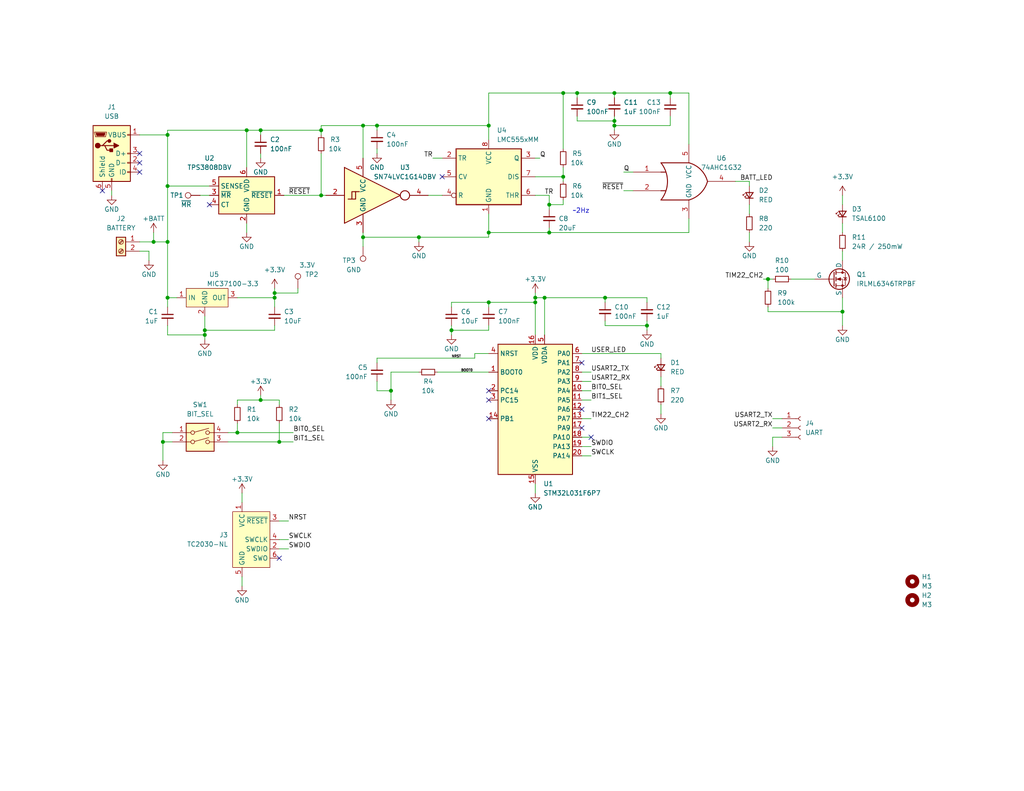
<source format=kicad_sch>
(kicad_sch (version 20230121) (generator eeschema)
  (paper "USLetter")
  (title_block (title "Lap Beacon") (date "2024-01-13") (rev "v1"))
  (lib_symbols
    (symbol "74xGxx:74AHC1G32"
      (property "Reference" "U" (at -2.54 3.81 0))
      (property "Value" "74AHC1G32" (at 0 -3.81 0))
      (symbol "74AHC1G32_0_1"
        (arc (start -7.62 -5.08) (mid -5.838 0) (end -7.62 5.08) (stroke (width 0.254)))
        (arc (start 0 -5.08) (mid 3.1986 -3.2054) (end 5.08 0) (stroke (width 0.254)))
        (polyline (pts (xy -7.62 -2.54) (xy -6.35 -2.54)) (stroke (width 0.254)) (fill (type background)))
        (polyline (pts (xy -7.62 2.54) (xy -6.35 2.54)) (stroke (width 0.254)) (fill (type background)))
        (polyline (pts (xy 0 -5.08) (xy -7.62 -5.08)) (stroke (width 0.254)) (fill (type background)))
        (polyline (pts (xy 0 5.08) (xy -7.62 5.08)) (stroke (width 0.254)) (fill (type background)))
        (arc (start 5.08 0) (mid 3.2238 3.2304) (end 0 5.08) (stroke (width 0.254)))
      )
      (symbol "74AHC1G32_1_1"
        (pin input line (at -15.24 2.54 0) (length 7.62) (name "~") (number "1"))
        (pin input line (at -15.24 -2.54 0) (length 7.62) (name "~") (number "2"))
        (pin power_in line (at 0 -10.16 90) (length 5.08) (name "GND") (number "3"))
        (pin output line (at 12.7 0 180) (length 7.62) (name "~") (number "4"))
        (pin power_in line (at 0 10.16 270) (length 5.08) (name "VCC") (number "5"))
      )
    )
    (symbol "74xGxx:SN74LVC1G14DBV"
      (property "Reference" "U" (at -5.08 10.16 0))
      (property "Value" "SN74LVC1G14DBV" (at 20.32 10.16 0))
      (symbol "SN74LVC1G14DBV_0_1"
        (polyline (pts (xy -2.032 1.016) (xy -1.016 1.016)) (stroke (width 0.254)) (fill (type background)))
        (polyline (pts (xy -5.08 7.62) (xy -5.08 -7.62) (xy 10.16 0) (xy -5.08 7.62)) (stroke (width 0.254)) (fill (type background)))
        (polyline (pts (xy -3.048 -1.016) (xy -3.048 1.016) (xy -2.032 1.016) (xy -2.032 -1.016) (xy -4.064 -1.016)) (stroke (width 0.254)) (fill (type background)))
        (circle (center 11.43 0) (radius 1.27) (stroke (width 0.254)))
      )
      (symbol "SN74LVC1G14DBV_1_1"
        (pin no_connect line (at 10.16 0 180) (length 5.08) hide (name "NC") (number "1"))
        (pin input line (at -10.16 0 0) (length 5.08) (name "~") (number "2"))
        (pin power_in line (at 0 -10.16 90) (length 5.08) (name "GND") (number "3"))
        (pin output line (at 17.78 0 180) (length 5.08) (name "~") (number "4"))
        (pin power_in line (at 0 10.16 270) (length 5.08) (name "VCC") (number "5"))
      )
    )
    (symbol "Connector:Conn_01x03_Socket" (pin_names (offset 1.016) hide)
      (property "Reference" "J" (at 0 5.08 0))
      (property "Value" "Conn_01x03_Socket" (at 0 -5.08 0))
      (symbol "Conn_01x03_Socket_1_1"
        (arc (start 0 -2.032) (mid -0.5058 -2.54) (end 0 -3.048) (stroke (width 0.1524)))
        (polyline (pts (xy -1.27 -2.54) (xy -0.508 -2.54)) (stroke (width 0.1524)))
        (polyline (pts (xy -1.27 0) (xy -0.508 0)) (stroke (width 0.1524)))
        (polyline (pts (xy -1.27 2.54) (xy -0.508 2.54)) (stroke (width 0.1524)))
        (arc (start 0 0.508) (mid -0.5058 0) (end 0 -0.508) (stroke (width 0.1524)))
        (arc (start 0 3.048) (mid -0.5058 2.54) (end 0 2.032) (stroke (width 0.1524)))
        (pin passive line (at -5.08 2.54 0) (length 3.81) (name "Pin_1") (number "1"))
        (pin passive line (at -5.08 0 0) (length 3.81) (name "Pin_2") (number "2"))
        (pin passive line (at -5.08 -2.54 0) (length 3.81) (name "Pin_3") (number "3"))
      )
    )
    (symbol "Connector:Conn_ARM_SWD_TagConnect_TC2030-NL" (in_bom no)
      (property "Reference" "J" (at 2.54 11.43 0))
      (property "Value" "Conn_ARM_SWD_TagConnect_TC2030-NL" (at 2.54 8.89 0))
      (symbol "Conn_ARM_SWD_TagConnect_TC2030-NL_0_0"
        (pin power_in line (at -2.54 10.16 270) (length 2.54) (name "VCC") (number "1"))
        (pin bidirectional line (at 7.62 -2.54 180) (length 2.54) (name "SWDIO") (number "2"))
        (pin open_collector line (at 7.62 5.08 180) (length 2.54) (name "~{RESET}") (number "3"))
        (pin output line (at 7.62 0 180) (length 2.54) (name "SWCLK") (number "4"))
        (pin power_in line (at -2.54 -10.16 90) (length 2.54) (name "GND") (number "5"))
        (pin input line (at 7.62 -5.08 180) (length 2.54) (name "SWO") (number "6"))
      )
      (symbol "Conn_ARM_SWD_TagConnect_TC2030-NL_0_1"
        (rectangle (start -5.08 7.62) (end 5.08 -7.62) (fill (type background)))
      )
    )
    (symbol "Connector:Screw_Terminal_01x02" (pin_names (offset 1.016) hide)
      (property "Reference" "J" (at 0 2.54 0))
      (property "Value" "Screw_Terminal_01x02" (at 0 -5.08 0))
      (symbol "Screw_Terminal_01x02_1_1"
        (rectangle (start -1.27 1.27) (end 1.27 -3.81) (stroke (width 0.254)) (fill (type background)))
        (circle (center 0 -2.54) (radius 0.635) (stroke (width 0.1524)))
        (polyline (pts (xy -0.5334 -2.2098) (xy 0.3302 -3.048)) (stroke (width 0.1524)))
        (polyline (pts (xy -0.5334 0.3302) (xy 0.3302 -0.508)) (stroke (width 0.1524)))
        (polyline (pts (xy -0.3556 -2.032) (xy 0.508 -2.8702)) (stroke (width 0.1524)))
        (polyline (pts (xy -0.3556 0.508) (xy 0.508 -0.3302)) (stroke (width 0.1524)))
        (circle (center 0 0) (radius 0.635) (stroke (width 0.1524)))
        (pin passive line (at -5.08 0 0) (length 3.81) (name "Pin_1") (number "1"))
        (pin passive line (at -5.08 -2.54 0) (length 3.81) (name "Pin_2") (number "2"))
      )
    )
    (symbol "Connector:TestPoint" (pin_numbers hide) (pin_names (offset 0.762) hide)
      (property "Reference" "TP" (at 0 6.858 0))
      (property "Value" "TestPoint" (at 0 5.08 0))
      (symbol "TestPoint_0_1"
        (circle (center 0 3.302) (radius 0.762))
      )
      (symbol "TestPoint_1_1"
        (pin passive line (at 0 0 90) (length 2.54) (name "1") (number "1"))
      )
    )
    (symbol "Connector:USB_B_Micro" (pin_names (offset 1.016))
      (property "Reference" "J" (at -5.08 11.43 0))
      (property "Value" "USB_B_Micro" (at -5.08 8.89 0))
      (symbol "USB_B_Micro_0_1"
        (rectangle (start -5.08 -7.62) (end 5.08 7.62) (stroke (width 0.254)) (fill (type background)))
        (circle (center -3.81 2.159) (radius 0.635) (stroke (width 0.254)) (fill (type outline)))
        (circle (center -0.635 3.429) (radius 0.381) (stroke (width 0.254)) (fill (type outline)))
        (rectangle (start -0.127 -7.62) (end 0.127 -6.858))
        (polyline (pts (xy -1.905 2.159) (xy 0.635 2.159)) (stroke (width 0.254)))
        (polyline (pts (xy -3.175 2.159) (xy -2.54 2.159) (xy -1.27 3.429) (xy -0.635 3.429)) (stroke (width 0.254)))
        (polyline (pts (xy -2.54 2.159) (xy -1.905 2.159) (xy -1.27 0.889) (xy 0 0.889)) (stroke (width 0.254)))
        (polyline (pts (xy 0.635 2.794) (xy 0.635 1.524) (xy 1.905 2.159) (xy 0.635 2.794)) (stroke (width 0.254)) (fill (type outline)))
        (polyline (pts (xy -4.318 5.588) (xy -1.778 5.588) (xy -2.032 4.826) (xy -4.064 4.826) (xy -4.318 5.588)) (fill (type outline)))
        (polyline (pts (xy -4.699 5.842) (xy -4.699 5.588) (xy -4.445 4.826) (xy -4.445 4.572) (xy -1.651 4.572) (xy -1.651 4.826) (xy -1.397 5.588) (xy -1.397 5.842) (xy -4.699 5.842)))
        (rectangle (start 0.254 1.27) (end -0.508 0.508) (stroke (width 0.254)) (fill (type outline)))
        (rectangle (start 5.08 -5.207) (end 4.318 -4.953))
        (rectangle (start 5.08 -2.667) (end 4.318 -2.413))
        (rectangle (start 5.08 -0.127) (end 4.318 0.127))
        (rectangle (start 5.08 4.953) (end 4.318 5.207))
      )
      (symbol "USB_B_Micro_1_1"
        (pin power_out line (at 7.62 5.08 180) (length 2.54) (name "VBUS") (number "1"))
        (pin bidirectional line (at 7.62 -2.54 180) (length 2.54) (name "D-") (number "2"))
        (pin bidirectional line (at 7.62 0 180) (length 2.54) (name "D+") (number "3"))
        (pin passive line (at 7.62 -5.08 180) (length 2.54) (name "ID") (number "4"))
        (pin power_out line (at 0 -10.16 90) (length 2.54) (name "GND") (number "5"))
        (pin passive line (at -2.54 -10.16 90) (length 2.54) (name "Shield") (number "6"))
      )
    )
    (symbol "Device:C_Small" (pin_numbers hide) (pin_names (offset 0.254) hide)
      (property "Reference" "C" (at 0.254 1.778 0))
      (property "Value" "C_Small" (at 0.254 -2.032 0))
      (symbol "C_Small_0_1"
        (polyline (pts (xy -1.524 -0.508) (xy 1.524 -0.508)) (stroke (width 0.3302)))
        (polyline (pts (xy -1.524 0.508) (xy 1.524 0.508)) (stroke (width 0.3048)))
      )
      (symbol "C_Small_1_1"
        (pin passive line (at 0 2.54 270) (length 2.032) (name "~") (number "1"))
        (pin passive line (at 0 -2.54 90) (length 2.032) (name "~") (number "2"))
      )
    )
    (symbol "Device:LED_Small" (pin_numbers hide) (pin_names (offset 0.254) hide)
      (property "Reference" "D" (at -1.27 3.175 0))
      (property "Value" "LED_Small" (at -4.445 -2.54 0))
      (symbol "LED_Small_0_1"
        (polyline (pts (xy -0.762 -1.016) (xy -0.762 1.016)) (stroke (width 0.254)))
        (polyline (pts (xy 1.016 0) (xy -0.762 0)))
        (polyline (pts (xy 0.762 -1.016) (xy -0.762 0) (xy 0.762 1.016) (xy 0.762 -1.016)) (stroke (width 0.254)))
        (polyline (pts (xy 0 0.762) (xy -0.508 1.27) (xy -0.254 1.27) (xy -0.508 1.27) (xy -0.508 1.016)))
        (polyline (pts (xy 0.508 1.27) (xy 0 1.778) (xy 0.254 1.778) (xy 0 1.778) (xy 0 1.524)))
      )
      (symbol "LED_Small_1_1"
        (pin passive line (at -2.54 0 0) (length 1.778) (name "K") (number "1"))
        (pin passive line (at 2.54 0 180) (length 1.778) (name "A") (number "2"))
      )
    )
    (symbol "Device:R_Small" (pin_numbers hide) (pin_names (offset 0.254) hide)
      (property "Reference" "R" (at 0.762 0.508 0))
      (property "Value" "R_Small" (at 0.762 -1.016 0))
      (symbol "R_Small_0_1"
        (rectangle (start -0.762 1.778) (end 0.762 -1.778) (stroke (width 0.2032)))
      )
      (symbol "R_Small_1_1"
        (pin passive line (at 0 2.54 270) (length 0.762) (name "~") (number "1"))
        (pin passive line (at 0 -2.54 90) (length 0.762) (name "~") (number "2"))
      )
    )
    (symbol "Library:MIC37100-x.x"
      (property "Reference" "U" (at 0 2.54 0))
      (symbol "MIC37100-x.x_1_1"
        (rectangle (start -5.08 1.27) (end 6.35 -3.81) (fill (type background)))
        (pin input line (at -7.62 -1.27 0) (length 2.54) (name "IN") (number "1"))
        (pin passive line (at 0 -6.35 90) (length 2.54) (name "GND") (number "2"))
        (pin output line (at 8.89 -1.27 180) (length 2.54) (name "OUT") (number "3"))
      )
    )
    (symbol "MCU_ST_STM32L0:STM32L031F6Px"
      (property "Reference" "U" (at -10.16 19.05 0))
      (property "Value" "STM32L031F6Px" (at 5.08 19.05 0))
      (symbol "STM32L031F6Px_0_1"
        (rectangle (start -10.16 -17.78) (end 10.16 17.78) (stroke (width 0.254)) (fill (type background)))
      )
      (symbol "STM32L031F6Px_1_1"
        (pin input line (at -12.7 10.16 0) (length 2.54) (name "BOOT0") (number "1"))
        (pin bidirectional line (at 12.7 5.08 180) (length 2.54) (name "PA4") (number "10"))
        (pin bidirectional line (at 12.7 2.54 180) (length 2.54) (name "PA5") (number "11"))
        (pin bidirectional line (at 12.7 0 180) (length 2.54) (name "PA6") (number "12"))
        (pin bidirectional line (at 12.7 -2.54 180) (length 2.54) (name "PA7") (number "13"))
        (pin bidirectional line (at -12.7 -2.54 0) (length 2.54) (name "PB1") (number "14"))
        (pin power_in line (at 0 -20.32 90) (length 2.54) (name "VSS") (number "15"))
        (pin power_in line (at 0 20.32 270) (length 2.54) (name "VDD") (number "16"))
        (pin bidirectional line (at 12.7 -5.08 180) (length 2.54) (name "PA9") (number "17"))
        (pin bidirectional line (at 12.7 -7.62 180) (length 2.54) (name "PA10") (number "18"))
        (pin bidirectional line (at 12.7 -10.16 180) (length 2.54) (name "PA13") (number "19"))
        (pin bidirectional line (at -12.7 5.08 0) (length 2.54) (name "PC14") (number "2"))
        (pin bidirectional line (at 12.7 -12.7 180) (length 2.54) (name "PA14") (number "20"))
        (pin bidirectional line (at -12.7 2.54 0) (length 2.54) (name "PC15") (number "3"))
        (pin input line (at -12.7 15.24 0) (length 2.54) (name "NRST") (number "4"))
        (pin power_in line (at 2.54 20.32 270) (length 2.54) (name "VDDA") (number "5"))
        (pin bidirectional line (at 12.7 15.24 180) (length 2.54) (name "PA0") (number "6"))
        (pin bidirectional line (at 12.7 12.7 180) (length 2.54) (name "PA1") (number "7"))
        (pin bidirectional line (at 12.7 10.16 180) (length 2.54) (name "PA2") (number "8"))
        (pin bidirectional line (at 12.7 7.62 180) (length 2.54) (name "PA3") (number "9"))
      )
    )
    (symbol "Mechanical:MountingHole" (pin_names (offset 1.016))
      (property "Reference" "H" (at 0 5.08 0))
      (property "Value" "MountingHole" (at 0 3.175 0))
      (symbol "MountingHole_0_1"
        (circle (center 0 0) (radius 1.27) (stroke (width 1.27)))
      )
    )
    (symbol "Power_Supervisor:TPS3808DBV"
      (property "Reference" "U" (at 0 8.89 0))
      (property "Value" "TPS3808DBV" (at 0 6.35 0))
      (symbol "TPS3808DBV_0_1"
        (rectangle (start -7.62 5.08) (end 7.62 -5.08) (stroke (width 0.254)) (fill (type background)))
      )
      (symbol "TPS3808DBV_1_1"
        (pin output line (at 10.16 0 180) (length 2.54) (name "~{RESET}") (number "1"))
        (pin power_in line (at 0 -7.62 90) (length 2.54) (name "GND") (number "2"))
        (pin input line (at -10.16 0 0) (length 2.54) (name "~{MR}") (number "3"))
        (pin input line (at -10.16 -2.54 0) (length 2.54) (name "CT") (number "4"))
        (pin input line (at -10.16 2.54 0) (length 2.54) (name "SENSE") (number "5"))
        (pin power_in line (at 0 7.62 270) (length 2.54) (name "VDD") (number "6"))
      )
    )
    (symbol "Simulation_SPICE:NMOS" (pin_numbers hide) (pin_names (offset 0))
      (property "Reference" "Q" (at 5.08 1.27 0))
      (property "Value" "NMOS" (at 5.08 -1.27 0))
      (symbol "NMOS_0_1"
        (polyline (pts (xy 0.254 0) (xy -2.54 0)))
        (polyline (pts (xy 0.254 1.905) (xy 0.254 -1.905)) (stroke (width 0.254)))
        (polyline (pts (xy 0.762 -1.27) (xy 0.762 -2.286)) (stroke (width 0.254)))
        (polyline (pts (xy 0.762 0.508) (xy 0.762 -0.508)) (stroke (width 0.254)))
        (polyline (pts (xy 0.762 2.286) (xy 0.762 1.27)) (stroke (width 0.254)))
        (polyline (pts (xy 2.54 2.54) (xy 2.54 1.778)))
        (polyline (pts (xy 2.54 -2.54) (xy 2.54 0) (xy 0.762 0)))
        (polyline (pts (xy 0.762 -1.778) (xy 3.302 -1.778) (xy 3.302 1.778) (xy 0.762 1.778)))
        (polyline (pts (xy 1.016 0) (xy 2.032 0.381) (xy 2.032 -0.381) (xy 1.016 0)) (fill (type outline)))
        (polyline (pts (xy 2.794 0.508) (xy 2.921 0.381) (xy 3.683 0.381) (xy 3.81 0.254)))
        (polyline (pts (xy 3.302 0.381) (xy 2.921 -0.254) (xy 3.683 -0.254) (xy 3.302 0.381)))
        (circle (center 1.651 0) (radius 2.794) (stroke (width 0.254)))
        (circle (center 2.54 -1.778) (radius 0.254) (fill (type outline)))
        (circle (center 2.54 1.778) (radius 0.254) (fill (type outline)))
      )
      (symbol "NMOS_1_1"
        (pin passive line (at 2.54 5.08 270) (length 2.54) (name "D") (number "1"))
        (pin input line (at -5.08 0 0) (length 2.54) (name "G") (number "2"))
        (pin passive line (at 2.54 -5.08 90) (length 2.54) (name "S") (number "3"))
      )
    )
    (symbol "Switch:SW_DIP_x02" (pin_names (offset 0) hide)
      (property "Reference" "SW" (at 0 6.35 0))
      (property "Value" "SW_DIP_x02" (at 0 -3.81 0))
      (symbol "SW_DIP_x02_0_0"
        (circle (center -2.032 0) (radius 0.508))
        (circle (center -2.032 2.54) (radius 0.508))
        (polyline (pts (xy -1.524 0.127) (xy 2.3622 1.1684)))
        (polyline (pts (xy -1.524 2.667) (xy 2.3622 3.7084)))
        (circle (center 2.032 0) (radius 0.508))
        (circle (center 2.032 2.54) (radius 0.508))
      )
      (symbol "SW_DIP_x02_0_1"
        (rectangle (start -3.81 5.08) (end 3.81 -2.54) (stroke (width 0.254)) (fill (type background)))
      )
      (symbol "SW_DIP_x02_1_1"
        (pin passive line (at -7.62 2.54 0) (length 5.08) (name "~") (number "1"))
        (pin passive line (at -7.62 0 0) (length 5.08) (name "~") (number "2"))
        (pin passive line (at 7.62 0 180) (length 5.08) (name "~") (number "3"))
        (pin passive line (at 7.62 2.54 180) (length 5.08) (name "~") (number "4"))
      )
    )
    (symbol "Timer:LMC555xMM"
      (property "Reference" "U" (at -10.16 8.89 0))
      (property "Value" "LMC555xMM" (at 2.54 8.89 0))
      (symbol "LMC555xMM_0_0"
        (pin power_in line (at 0 -10.16 90) (length 2.54) (name "GND") (number "1"))
        (pin power_in line (at 0 10.16 270) (length 2.54) (name "VCC") (number "8"))
      )
      (symbol "LMC555xMM_0_1"
        (rectangle (start -8.89 -7.62) (end 8.89 7.62) (stroke (width 0.254)) (fill (type background)))
        (rectangle (start -8.89 -7.62) (end 8.89 7.62) (stroke (width 0.254)) (fill (type background)))
      )
      (symbol "LMC555xMM_1_1"
        (pin input line (at -12.7 5.08 0) (length 3.81) (name "TR") (number "2"))
        (pin output line (at 12.7 5.08 180) (length 3.81) (name "Q") (number "3"))
        (pin input inverted (at -12.7 -5.08 0) (length 3.81) (name "R") (number "4"))
        (pin input line (at -12.7 0 0) (length 3.81) (name "CV") (number "5"))
        (pin input line (at 12.7 -5.08 180) (length 3.81) (name "THR") (number "6"))
        (pin input line (at 12.7 0 180) (length 3.81) (name "DIS") (number "7"))
      )
    )
    (symbol "power:+3.3V" (power) (pin_names (offset 0))
      (property "Value" "+3.3V" (at 0 3.556 0))
      (symbol "+3.3V_0_1"
        (polyline (pts (xy -0.762 1.27) (xy 0 2.54)))
        (polyline (pts (xy 0 0) (xy 0 2.54)))
        (polyline (pts (xy 0 2.54) (xy 0.762 1.27)))
      )
      (symbol "+3.3V_1_1"
        (pin power_in line (at 0 0 90) (length 0) hide (name "+3.3V") (number "1"))
      )
    )
    (symbol "power:+BATT" (power) (pin_names (offset 0))
      (property "Value" "+BATT" (at 0 3.556 0))
      (symbol "+BATT_0_1"
        (polyline (pts (xy -0.762 1.27) (xy 0 2.54)))
        (polyline (pts (xy 0 0) (xy 0 2.54)))
        (polyline (pts (xy 0 2.54) (xy 0.762 1.27)))
      )
      (symbol "+BATT_1_1"
        (pin power_in line (at 0 0 90) (length 0) hide (name "+BATT") (number "1"))
      )
    )
    (symbol "power:GND" (power) (pin_names (offset 0))
      (property "Value" "GND" (at 0 -3.81 0))
      (symbol "GND_0_1"
        (polyline (pts (xy 0 0) (xy 0 -1.27) (xy 1.27 -1.27) (xy 0 -2.54) (xy -1.27 -1.27) (xy 0 -1.27)))
      )
      (symbol "GND_1_1"
        (pin power_in line (at 0 0 270) (length 0) hide (name "GND") (number "1"))
      )
    )
  )
  (junction (at 165.1 81.28))
  (junction (at 133.35 34.29))
  (junction (at 87.63 53.34))
  (junction (at 99.06 64.77))
  (junction (at 114.3 64.77))
  (junction (at 45.72 36.83))
  (junction (at 44.45 120.65))
  (junction (at 146.05 82.55))
  (junction (at 157.48 25.4))
  (junction (at 167.64 33.02))
  (junction (at 123.19 90.17))
  (junction (at 55.88 90.17))
  (junction (at 209.55 76.2))
  (junction (at 153.67 48.26))
  (junction (at 99.06 34.29))
  (junction (at 55.88 91.44))
  (junction (at 45.72 81.28))
  (junction (at 87.63 35.56))
  (junction (at 45.72 50.8))
  (junction (at 149.86 55.88))
  (junction (at 67.31 35.56))
  (junction (at 106.68 106.68))
  (junction (at 133.35 63.5))
  (junction (at 102.87 34.29))
  (junction (at 41.91 66.04))
  (junction (at 176.53 88.9))
  (junction (at 146.05 81.28))
  (junction (at 71.12 35.56))
  (junction (at 149.86 63.5))
  (junction (at 153.67 25.4))
  (junction (at 74.93 81.28))
  (junction (at 167.64 34.29))
  (junction (at 45.72 66.04))
  (junction (at 76.2 120.65))
  (junction (at 133.35 82.55))
  (junction (at 71.12 109.22))
  (junction (at 182.88 25.4))
  (junction (at 148.59 81.28))
  (junction (at 64.77 118.11))
  (junction (at 74.93 80.01))
  (junction (at 167.64 25.4))
  (junction (at 229.87 85.09))
  (no_connect (at 120.65 48.26))
  (no_connect (at 133.35 106.68))
  (no_connect (at 158.75 116.84))
  (no_connect (at 133.35 114.3))
  (no_connect (at 133.35 109.22))
  (no_connect (at 27.94 52.07))
  (no_connect (at 38.1 41.91))
  (no_connect (at 158.75 99.06))
  (no_connect (at 161.29 119.38))
  (no_connect (at 158.75 111.76))
  (no_connect (at 38.1 44.45))
  (no_connect (at 57.15 55.88))
  (no_connect (at 38.1 46.99))
  (no_connect (at 76.2 152.4))
  (wire (pts (xy 208.28 76.2) (xy 209.55 76.2)))
  (wire (pts (xy 74.93 80.01) (xy 74.93 81.28)))
  (wire (pts (xy 67.31 60.96) (xy 67.31 63.5)))
  (wire (pts (xy 87.63 34.29) (xy 99.06 34.29)))
  (wire (pts (xy 55.88 90.17) (xy 74.93 90.17)))
  (wire (pts (xy 210.82 116.84) (xy 213.36 116.84)))
  (wire (pts (xy 76.2 110.49) (xy 76.2 109.22)))
  (wire (pts (xy 66.04 157.48) (xy 66.04 160.02)))
  (wire (pts (xy 148.59 81.28) (xy 165.1 81.28)))
  (wire (pts (xy 187.96 63.5) (xy 187.96 59.69)))
  (wire (pts (xy 123.19 90.17) (xy 123.19 91.44)))
  (wire (pts (xy 133.35 83.82) (xy 133.35 82.55)))
  (wire (pts (xy 209.55 76.2) (xy 210.82 76.2)))
  (wire (pts (xy 87.63 35.56) (xy 87.63 36.83)))
  (wire (pts (xy 146.05 53.34) (xy 149.86 53.34)))
  (wire (pts (xy 149.86 62.23) (xy 149.86 63.5)))
  (wire (pts (xy 67.31 35.56) (xy 71.12 35.56)))
  (wire (pts (xy 76.2 120.65) (xy 80.01 120.65)))
  (wire (pts (xy 148.59 81.28) (xy 148.59 91.44)))
  (wire (pts (xy 99.06 34.29) (xy 99.06 43.18)))
  (wire (pts (xy 114.3 64.77) (xy 133.35 64.77)))
  (wire (pts (xy 229.87 53.34) (xy 229.87 55.88)))
  (wire (pts (xy 74.93 81.28) (xy 74.93 83.82)))
  (wire (pts (xy 41.91 66.04) (xy 45.72 66.04)))
  (wire (pts (xy 133.35 34.29) (xy 133.35 25.4)))
  (wire (pts (xy 71.12 35.56) (xy 87.63 35.56)))
  (wire (pts (xy 182.88 34.29) (xy 167.64 34.29)))
  (wire (pts (xy 78.74 147.32) (xy 76.2 147.32)))
  (wire (pts (xy 158.75 119.38) (xy 161.29 119.38)))
  (wire (pts (xy 123.19 83.82) (xy 123.19 82.55)))
  (wire (pts (xy 99.06 64.77) (xy 114.3 64.77)))
  (wire (pts (xy 158.75 96.52) (xy 180.34 96.52)))
  (wire (pts (xy 180.34 110.49) (xy 180.34 113.03)))
  (wire (pts (xy 170.18 46.99) (xy 172.72 46.99)))
  (wire (pts (xy 45.72 66.04) (xy 45.72 50.8)))
  (wire (pts (xy 182.88 25.4) (xy 182.88 26.67)))
  (wire (pts (xy 67.31 35.56) (xy 67.31 45.72)))
  (wire (pts (xy 146.05 48.26) (xy 153.67 48.26)))
  (wire (pts (xy 146.05 82.55) (xy 146.05 91.44)))
  (wire (pts (xy 165.1 81.28) (xy 165.1 82.55)))
  (wire (pts (xy 71.12 36.83) (xy 71.12 35.56)))
  (wire (pts (xy 129.54 96.52) (xy 129.54 97.79)))
  (wire (pts (xy 149.86 53.34) (xy 149.86 55.88)))
  (wire (pts (xy 176.53 87.63) (xy 176.53 88.9)))
  (wire (pts (xy 167.64 31.75) (xy 167.64 33.02)))
  (wire (pts (xy 229.87 68.58) (xy 229.87 71.12)))
  (wire (pts (xy 45.72 50.8) (xy 45.72 36.83)))
  (wire (pts (xy 44.45 118.11) (xy 46.99 118.11)))
  (wire (pts (xy 153.67 45.72) (xy 153.67 48.26)))
  (wire (pts (xy 149.86 63.5) (xy 133.35 63.5)))
  (wire (pts (xy 62.23 120.65) (xy 76.2 120.65)))
  (wire (pts (xy 44.45 125.73) (xy 44.45 120.65)))
  (wire (pts (xy 102.87 34.29) (xy 133.35 34.29)))
  (wire (pts (xy 215.9 76.2) (xy 222.25 76.2)))
  (wire (pts (xy 38.1 68.58) (xy 40.64 68.58)))
  (wire (pts (xy 44.45 120.65) (xy 46.99 120.65)))
  (wire (pts (xy 116.84 53.34) (xy 120.65 53.34)))
  (wire (pts (xy 153.67 55.88) (xy 149.86 55.88)))
  (wire (pts (xy 157.48 31.75) (xy 157.48 33.02)))
  (wire (pts (xy 133.35 88.9) (xy 133.35 90.17)))
  (wire (pts (xy 62.23 118.11) (xy 64.77 118.11)))
  (wire (pts (xy 106.68 109.22) (xy 106.68 106.68)))
  (wire (pts (xy 176.53 88.9) (xy 176.53 90.17)))
  (wire (pts (xy 133.35 90.17) (xy 123.19 90.17)))
  (wire (pts (xy 149.86 55.88) (xy 149.86 57.15)))
  (wire (pts (xy 123.19 82.55) (xy 133.35 82.55)))
  (wire (pts (xy 180.34 102.87) (xy 180.34 105.41)))
  (wire (pts (xy 133.35 25.4) (xy 153.67 25.4)))
  (wire (pts (xy 210.82 119.38) (xy 210.82 121.92)))
  (wire (pts (xy 158.75 101.6) (xy 161.29 101.6)))
  (wire (pts (xy 158.75 104.14) (xy 161.29 104.14)))
  (wire (pts (xy 133.35 38.1) (xy 133.35 34.29)))
  (wire (pts (xy 119.38 101.6) (xy 133.35 101.6)))
  (wire (pts (xy 78.74 142.24) (xy 76.2 142.24)))
  (wire (pts (xy 158.75 121.92) (xy 161.29 121.92)))
  (wire (pts (xy 40.64 68.58) (xy 40.64 71.12)))
  (wire (pts (xy 182.88 31.75) (xy 182.88 34.29)))
  (wire (pts (xy 74.93 78.74) (xy 74.93 80.01)))
  (wire (pts (xy 99.06 34.29) (xy 102.87 34.29)))
  (wire (pts (xy 133.35 96.52) (xy 129.54 96.52)))
  (wire (pts (xy 146.05 81.28) (xy 148.59 81.28)))
  (wire (pts (xy 45.72 88.9) (xy 45.72 91.44)))
  (wire (pts (xy 187.96 25.4) (xy 187.96 39.37)))
  (wire (pts (xy 204.47 50.8) (xy 204.47 49.53)))
  (wire (pts (xy 146.05 43.18) (xy 147.32 43.18)))
  (wire (pts (xy 149.86 63.5) (xy 187.96 63.5)))
  (wire (pts (xy 102.87 40.64) (xy 102.87 41.91)))
  (wire (pts (xy 229.87 60.96) (xy 229.87 63.5)))
  (wire (pts (xy 45.72 50.8) (xy 57.15 50.8)))
  (wire (pts (xy 74.93 88.9) (xy 74.93 90.17)))
  (wire (pts (xy 167.64 25.4) (xy 182.88 25.4)))
  (wire (pts (xy 87.63 53.34) (xy 88.9 53.34)))
  (wire (pts (xy 133.35 82.55) (xy 146.05 82.55)))
  (wire (pts (xy 55.88 90.17) (xy 55.88 91.44)))
  (wire (pts (xy 102.87 104.14) (xy 102.87 106.68)))
  (wire (pts (xy 87.63 34.29) (xy 87.63 35.56)))
  (wire (pts (xy 45.72 81.28) (xy 45.72 83.82)))
  (wire (pts (xy 229.87 85.09) (xy 229.87 88.9)))
  (wire (pts (xy 45.72 66.04) (xy 45.72 81.28)))
  (wire (pts (xy 45.72 36.83) (xy 45.72 35.56)))
  (wire (pts (xy 167.64 35.56) (xy 167.64 34.29)))
  (wire (pts (xy 106.68 106.68) (xy 106.68 101.6)))
  (wire (pts (xy 176.53 81.28) (xy 176.53 82.55)))
  (wire (pts (xy 114.3 64.77) (xy 114.3 66.04)))
  (wire (pts (xy 54.61 53.34) (xy 57.15 53.34)))
  (wire (pts (xy 229.87 81.28) (xy 229.87 85.09)))
  (wire (pts (xy 204.47 63.5) (xy 204.47 66.04)))
  (wire (pts (xy 45.72 91.44) (xy 55.88 91.44)))
  (wire (pts (xy 99.06 64.77) (xy 99.06 67.31)))
  (wire (pts (xy 209.55 76.2) (xy 209.55 78.74)))
  (wire (pts (xy 87.63 41.91) (xy 87.63 53.34)))
  (wire (pts (xy 146.05 81.28) (xy 146.05 82.55)))
  (wire (pts (xy 45.72 81.28) (xy 48.26 81.28)))
  (wire (pts (xy 64.77 115.57) (xy 64.77 118.11)))
  (wire (pts (xy 78.74 149.86) (xy 76.2 149.86)))
  (wire (pts (xy 158.75 106.68) (xy 161.29 106.68)))
  (wire (pts (xy 71.12 41.91) (xy 71.12 43.18)))
  (wire (pts (xy 74.93 80.01) (xy 81.28 80.01)))
  (wire (pts (xy 153.67 25.4) (xy 153.67 40.64)))
  (wire (pts (xy 165.1 88.9) (xy 176.53 88.9)))
  (wire (pts (xy 167.64 33.02) (xy 167.64 34.29)))
  (wire (pts (xy 153.67 48.26) (xy 153.67 49.53)))
  (wire (pts (xy 102.87 99.06) (xy 102.87 97.79)))
  (wire (pts (xy 76.2 109.22) (xy 71.12 109.22)))
  (wire (pts (xy 146.05 80.01) (xy 146.05 81.28)))
  (wire (pts (xy 102.87 106.68) (xy 106.68 106.68)))
  (wire (pts (xy 158.75 124.46) (xy 161.29 124.46)))
  (wire (pts (xy 118.11 43.18) (xy 120.65 43.18)))
  (wire (pts (xy 229.87 85.09) (xy 209.55 85.09)))
  (wire (pts (xy 106.68 101.6) (xy 114.3 101.6)))
  (wire (pts (xy 180.34 96.52) (xy 180.34 97.79)))
  (wire (pts (xy 153.67 25.4) (xy 157.48 25.4)))
  (wire (pts (xy 41.91 66.04) (xy 41.91 63.5)))
  (wire (pts (xy 71.12 109.22) (xy 71.12 107.95)))
  (wire (pts (xy 210.82 114.3) (xy 213.36 114.3)))
  (wire (pts (xy 213.36 119.38) (xy 210.82 119.38)))
  (wire (pts (xy 99.06 63.5) (xy 99.06 64.77)))
  (wire (pts (xy 64.77 81.28) (xy 74.93 81.28)))
  (wire (pts (xy 76.2 115.57) (xy 76.2 120.65)))
  (wire (pts (xy 182.88 25.4) (xy 187.96 25.4)))
  (wire (pts (xy 81.28 78.74) (xy 81.28 80.01)))
  (wire (pts (xy 64.77 109.22) (xy 71.12 109.22)))
  (wire (pts (xy 200.66 49.53) (xy 204.47 49.53)))
  (wire (pts (xy 133.35 58.42) (xy 133.35 63.5)))
  (wire (pts (xy 38.1 66.04) (xy 41.91 66.04)))
  (wire (pts (xy 165.1 81.28) (xy 176.53 81.28)))
  (wire (pts (xy 45.72 36.83) (xy 38.1 36.83)))
  (wire (pts (xy 204.47 55.88) (xy 204.47 58.42)))
  (wire (pts (xy 64.77 118.11) (xy 80.01 118.11)))
  (wire (pts (xy 55.88 91.44) (xy 55.88 92.71)))
  (wire (pts (xy 158.75 109.22) (xy 161.29 109.22)))
  (wire (pts (xy 167.64 25.4) (xy 167.64 26.67)))
  (wire (pts (xy 153.67 54.61) (xy 153.67 55.88)))
  (wire (pts (xy 146.05 132.08) (xy 146.05 134.62)))
  (wire (pts (xy 165.1 88.9) (xy 165.1 87.63)))
  (wire (pts (xy 157.48 25.4) (xy 157.48 26.67)))
  (wire (pts (xy 102.87 34.29) (xy 102.87 35.56)))
  (wire (pts (xy 77.47 53.34) (xy 87.63 53.34)))
  (wire (pts (xy 64.77 110.49) (xy 64.77 109.22)))
  (wire (pts (xy 44.45 120.65) (xy 44.45 118.11)))
  (wire (pts (xy 123.19 88.9) (xy 123.19 90.17)))
  (wire (pts (xy 133.35 64.77) (xy 133.35 63.5)))
  (wire (pts (xy 30.48 52.07) (xy 30.48 53.34)))
  (wire (pts (xy 157.48 33.02) (xy 167.64 33.02)))
  (wire (pts (xy 55.88 86.36) (xy 55.88 90.17)))
  (wire (pts (xy 209.55 85.09) (xy 209.55 83.82)))
  (wire (pts (xy 170.18 52.07) (xy 172.72 52.07)))
  (wire (pts (xy 157.48 25.4) (xy 167.64 25.4)))
  (wire (pts (xy 158.75 114.3) (xy 161.29 114.3)))
  (wire (pts (xy 102.87 97.79) (xy 129.54 97.79)))
  (wire (pts (xy 45.72 35.56) (xy 67.31 35.56)))
  (wire (pts (xy 66.04 134.62) (xy 66.04 137.16)))
  (text "~2Hz" (at 156.21 58.42 0) (effects (font (size 1.27 1.27)) (justify left bottom)))
  (label "BOOT0" (at 125.73 101.6 0) (effects (font (size 0.65 0.65))))
  (label "SWDIO" (at 161.29 121.92 0))
  (label "USART2_RX" (at 210.82 116.84 180))
  (label "TR" (at 118.11 43.18 180))
  (label "SWCLK" (at 161.29 124.46 0))
  (label "TIM22_CH2" (at 161.29 114.3 0))
  (label "NRST" (at 78.74 142.24 0))
  (label "NRST" (at 123.19 97.79 0) (effects (font (size 0.65 0.65))))
  (label "BIT1_SEL" (at 80.01 120.65 0))
  (label "BIT0_SEL" (at 161.29 106.68 0))
  (label "USER_LED" (at 161.29 96.52 0))
  (label "TIM22_CH2" (at 208.28 76.2 180))
  (label "BATT_LED" (at 201.93 49.53 0))
  (label "USART2_TX" (at 161.29 101.6 0))
  (label "BIT0_SEL" (at 80.01 118.11 0))
  (label "~{RESET}" (at 170.18 52.07 180))
  (label "~{RESET}" (at 78.74 53.34 0))
  (label "USART2_TX" (at 210.82 114.3 180))
  (label "TR" (at 148.59 53.34 0))
  (label "SWDIO" (at 78.74 149.86 0))
  (label "USART2_RX" (at 161.29 104.14 0))
  (label "SWCLK" (at 78.74 147.32 0))
  (label "BIT1_SEL" (at 161.29 109.22 0))
  (label "Q" (at 170.18 46.99 0))
  (label "Q" (at 147.32 43.18 0))
  (symbol (lib_id "Connector:Conn_01x03_Socket") (at 218.44 116.84 0) (unit 1)
    (property "Reference" "J4" (at 219.71 115.57 0) (effects (justify left)))
    (property "Value" "UART" (at 219.71 118.11 0) (effects (justify left)))
    (property "Footprint" "Connector_JST:JST_XH_B3B-XH-A_1x03_P2.50mm_Vertical" (effects hide))
  )
  (symbol (lib_id "Simulation_SPICE:NMOS") (at 227.33 76.2 0) (unit 1)
    (property "Reference" "Q1" (at 233.68 74.93 0) (effects (justify left)))
    (property "Value" "IRLML6346TRPBF" (at 233.68 77.47 0) (effects (justify left)))
    (property "Footprint" "Package_TO_SOT_SMD:SOT-23" (effects hide))
    (property "Datasheet" "https://ngspice.sourceforge.io/docs/ngspice-manual.pdf" (effects hide))
    (property "Sim.Device" "NMOS" (effects hide))
    (property "Sim.Type" "VDMOS" (effects hide))
    (property "Sim.Pins" "1=D 2=G 3=S" (effects hide))
  )
  (symbol (lib_id "Power_Supervisor:TPS3808DBV") (at 67.31 53.34 0) (unit 1)
    (property "Reference" "U2" (at 57.15 43.18 0))
    (property "Value" "TPS3808DBV" (at 57.15 45.72 0))
    (property "Footprint" "Package_TO_SOT_SMD:SOT-23-6" (effects hide))
    (property "Datasheet" "http://www.ti.com/lit/ds/symlink/tps3808.pdf" (effects hide))
  )
  (symbol (lib_id "power:+3.3V") (at 146.05 80.01 0) (unit 1)
    (property "Reference" "#PWR016" (effects hide))
    (property "Value" "+3.3V" (at 146.05 76.2 0))
  )
  (symbol (lib_id "Connector:TestPoint") (at 54.61 53.34 90) (unit 1)
    (property "Reference" "TP1" (at 48.26 53.34 90))
    (property "Value" "~{MR}" (at 50.8 55.88 90))
    (property "Footprint" "TestPoint:TestPoint_Pad_1.0x1.0mm" (effects hide))
  )
  (symbol (lib_id "power:GND") (at 55.88 92.71 0) (unit 1)
    (property "Reference" "#PWR05" (effects hide))
    (property "Value" "GND" (at 55.88 96.52 0))
  )
  (symbol (lib_id "Device:R_Small") (at 116.84 101.6 270) (mirror x) (unit 1)
    (property "Reference" "R4" (at 116.84 104.14 90))
    (property "Value" "10k" (at 116.84 106.68 90))
    (property "Footprint" "Resistor_SMD:R_0603_1608Metric" (effects hide))
  )
  (symbol (lib_id "Timer:LMC555xMM") (at 133.35 48.26 0) (unit 1)
    (property "Reference" "U4" (at 135.5441 35.56 0) (effects (justify left)))
    (property "Value" "LMC555xMM" (at 135.5441 38.1 0) (effects (justify left)))
    (property "Footprint" "Package_SO:VSSOP-8_3.0x3.0mm_P0.65mm" (effects hide))
    (property "Datasheet" "http://www.ti.com/lit/ds/symlink/lmc555.pdf" (effects hide))
  )
  (symbol (lib_id "Device:C_Small") (at 167.64 29.21 0) (unit 1)
    (property "Reference" "C11" (at 170.18 27.9463 0) (effects (justify left)))
    (property "Value" "1uF" (at 170.18 30.4863 0) (effects (justify left)))
    (property "Footprint" "Capacitor_SMD:C_0603_1608Metric" (effects hide))
  )
  (symbol (lib_id "Device:C_Small") (at 176.53 85.09 0) (mirror y) (unit 1)
    (property "Reference" "C12" (at 179.07 83.8263 0) (effects (justify right)))
    (property "Value" "1uF" (at 179.07 86.3663 0) (effects (justify right)))
    (property "Footprint" "Capacitor_SMD:C_0603_1608Metric" (effects hide))
  )
  (symbol (lib_id "Device:C_Small") (at 182.88 29.21 0) (mirror y) (unit 1)
    (property "Reference" "C13" (at 180.34 27.9463 0) (effects (justify left)))
    (property "Value" "100nF" (at 180.34 30.4863 0) (effects (justify left)))
    (property "Footprint" "Capacitor_SMD:C_0402_1005Metric" (effects hide))
  )
  (symbol (lib_id "power:GND") (at 123.19 91.44 0) (unit 1)
    (property "Reference" "#PWR015" (effects hide))
    (property "Value" "GND" (at 123.19 95.25 0))
  )
  (symbol (lib_id "power:GND") (at 176.53 90.17 0) (unit 1)
    (property "Reference" "#PWR019" (effects hide))
    (property "Value" "GND" (at 176.53 93.98 0))
  )
  (symbol (lib_id "74xGxx:74AHC1G32") (at 187.96 49.53 0) (unit 1)
    (property "Reference" "U6" (at 196.85 43.18 0))
    (property "Value" "74AHC1G32" (at 196.85 45.72 0))
    (property "Footprint" "Package_TO_SOT_SMD:SOT-23-5" (effects hide))
    (property "Datasheet" "http://www.ti.com/lit/sg/scyt129e/scyt129e.pdf" (effects hide))
  )
  (symbol (lib_id "Device:R_Small") (at 209.55 81.28 180) (unit 1)
    (property "Reference" "R9" (at 212.09 80.01 0) (effects (justify right)))
    (property "Value" "100k" (at 212.09 82.55 0) (effects (justify right)))
    (property "Footprint" "Resistor_SMD:R_0805_2012Metric" (effects hide))
  )
  (symbol (lib_id "power:GND") (at 210.82 121.92 0) (unit 1)
    (property "Reference" "#PWR022" (effects hide))
    (property "Value" "GND" (at 210.82 125.73 0))
  )
  (symbol (lib_id "power:GND") (at 146.05 134.62 0) (unit 1)
    (property "Reference" "#PWR017" (effects hide))
    (property "Value" "GND" (at 146.05 138.43 0))
  )
  (symbol (lib_id "power:GND") (at 167.64 35.56 0) (unit 1)
    (property "Reference" "#PWR018" (effects hide))
    (property "Value" "GND" (at 167.64 39.37 0))
  )
  (symbol (lib_id "MCU_ST_STM32L0:STM32L031F6Px") (at 146.05 111.76 0) (unit 1)
    (property "Reference" "U1" (at 148.2441 132.08 0) (effects (justify left)))
    (property "Value" "STM32L031F6P7" (at 148.2441 134.62 0) (effects (justify left)))
    (property "Footprint" "Package_SO:TSSOP-20_4.4x6.5mm_P0.65mm" (effects hide))
    (property "Datasheet" "https://www.st.com/resource/en/datasheet/stm32l031f6.pdf" (effects hide))
  )
  (symbol (lib_id "power:GND") (at 102.87 41.91 0) (unit 1)
    (property "Reference" "#PWR012" (effects hide))
    (property "Value" "GND" (at 102.87 45.72 0))
  )
  (symbol (lib_id "power:+3.3V") (at 66.04 134.62 0) (mirror y) (unit 1)
    (property "Reference" "#PWR06" (effects hide))
    (property "Value" "+3.3V" (at 66.04 130.81 0))
  )
  (symbol (lib_id "power:GND") (at 30.48 53.34 0) (unit 1)
    (property "Reference" "#PWR01" (effects hide))
    (property "Value" "GND" (at 30.48 57.15 0))
  )
  (symbol (lib_id "Library:MIC37100-x.x") (at 55.88 80.01 0) (unit 1)
    (property "Reference" "U5" (at 58.42 74.93 0))
    (property "Value" "MIC37100-3.3" (at 63.5 77.47 0))
    (property "Footprint" "Package_TO_SOT_SMD:SOT-223-3_TabPin2" (effects hide))
  )
  (symbol (lib_id "Connector:USB_B_Micro") (at 30.48 41.91 0) (unit 1)
    (property "Reference" "J1" (at 30.48 29.21 0))
    (property "Value" "USB" (at 30.48 31.75 0))
    (property "Footprint" "Connector_USB:USB_Micro-B_Molex-105017-0001" (effects hide))
  )
  (symbol (lib_id "power:GND") (at 204.47 66.04 0) (unit 1)
    (property "Reference" "#PWR021" (effects hide))
    (property "Value" "GND" (at 204.47 69.85 0))
  )
  (symbol (lib_id "power:GND") (at 180.34 113.03 0) (unit 1)
    (property "Reference" "#PWR020" (effects hide))
    (property "Value" "GND" (at 180.34 116.84 0))
  )
  (symbol (lib_id "power:+3.3V") (at 71.12 107.95 0) (unit 1)
    (property "Reference" "#PWR010" (effects hide))
    (property "Value" "+3.3V" (at 71.12 104.14 0))
  )
  (symbol (lib_id "power:+BATT") (at 41.91 63.5 0) (unit 1)
    (property "Reference" "#PWR03" (effects hide))
    (property "Value" "+BATT" (at 41.91 59.69 0))
  )
  (symbol (lib_id "power:GND") (at 67.31 63.5 0) (unit 1)
    (property "Reference" "#PWR08" (effects hide))
    (property "Value" "GND" (at 67.31 67.31 0))
  )
  (symbol (lib_id "Device:R_Small") (at 153.67 43.18 0) (mirror x) (unit 1)
    (property "Reference" "R5" (at 157.48 41.91 0))
    (property "Value" "10k" (at 157.48 44.45 0))
    (property "Footprint" "Resistor_SMD:R_0402_1005Metric" (effects hide))
  )
  (symbol (lib_id "power:GND") (at 66.04 160.02 0) (mirror y) (unit 1)
    (property "Reference" "#PWR07" (effects hide))
    (property "Value" "GND" (at 66.04 163.83 0))
  )
  (symbol (lib_id "Connector:TestPoint") (at 99.06 67.31 180) (unit 1)
    (property "Reference" "TP3" (at 95.25 71.12 0))
    (property "Value" "GND" (at 96.52 73.66 0))
    (property "Footprint" "TestPoint:TestPoint_Pad_1.0x1.0mm" (effects hide))
  )
  (symbol (lib_id "Device:LED_Small") (at 229.87 58.42 90) (unit 1)
    (property "Reference" "D3" (at 232.41 57.0865 90) (effects (justify right)))
    (property "Value" "TSAL6100" (at 232.41 59.6265 90) (effects (justify right)))
    (property "Footprint" "LED_THT:LED_D5.0mm_IRBlack" (effects hide))
  )
  (symbol (lib_id "power:+3.3V") (at 229.87 53.34 0) (unit 1)
    (property "Reference" "#PWR023" (effects hide))
    (property "Value" "+3.3V" (at 229.87 48.26 0))
  )
  (symbol (lib_id "Device:LED_Small") (at 180.34 100.33 90) (unit 1)
    (property "Reference" "D1" (at 182.88 98.9965 90) (effects (justify right)))
    (property "Value" "RED" (at 182.88 101.5365 90) (effects (justify right)))
    (property "Footprint" "LED_SMD:LED_0603_1608Metric" (effects hide))
  )
  (symbol (lib_id "74xGxx:SN74LVC1G14DBV") (at 99.06 53.34 0) (unit 1)
    (property "Reference" "U3" (at 110.49 45.72 0))
    (property "Value" "SN74LVC1G14DBV" (at 110.49 48.26 0))
    (property "Footprint" "Package_TO_SOT_SMD:SOT-23-5" (effects hide))
    (property "Datasheet" "http://www.ti.com/lit/ds/symlink/sn74lvc1g14.pdf" (effects hide))
  )
  (symbol (lib_id "Switch:SW_DIP_x02") (at 54.61 120.65 0) (unit 1)
    (property "Reference" "SW1" (at 54.61 110.49 0))
    (property "Value" "BIT_SEL" (at 54.61 113.03 0))
    (property "Footprint" "Library:2454985-3" (effects hide))
  )
  (symbol (lib_id "Connector:Screw_Terminal_01x02") (at 33.02 66.04 0) (mirror y) (unit 1)
    (property "Reference" "J2" (at 33.02 59.69 0))
    (property "Value" "BATTERY" (at 33.02 62.23 0))
    (property "Footprint" "TerminalBlock_TE-Connectivity:TerminalBlock_TE_282834-2_1x02_P2.54mm_Horizontal" (effects hide))
  )
  (symbol (lib_id "Connector:Conn_ARM_SWD_TagConnect_TC2030-NL") (at 68.58 147.32 0) (unit 1) (in_bom no)
    (property "Reference" "J3" (at 62.23 146.05 0) (effects (justify right)))
    (property "Value" "TC2030-NL" (at 62.23 148.59 0) (effects (justify right)))
    (property "Footprint" "Connector:Tag-Connect_TC2030-IDC-NL_2x03_P1.27mm_Vertical" (effects hide))
    (property "Datasheet" "https://www.tag-connect.com/wp-content/uploads/bsk-pdf-manager/TC2030-CTX_1.pdf" (effects hide))
  )
  (symbol (lib_id "power:GND") (at 229.87 88.9 0) (unit 1)
    (property "Reference" "#PWR024" (effects hide))
    (property "Value" "GND" (at 229.87 92.71 0))
  )
  (symbol (lib_id "Mechanical:MountingHole") (at 248.92 158.75 0) (unit 1)
    (property "Reference" "H1" (at 251.46 157.48 0) (effects (justify left)))
    (property "Value" "M3" (at 251.46 160.02 0) (effects (justify left)))
    (property "Footprint" "MountingHole:MountingHole_3.2mm_M3" (effects hide))
  )
  (symbol (lib_id "Device:C_Small") (at 45.72 86.36 0) (mirror y) (unit 1)
    (property "Reference" "C1" (at 43.18 85.0963 0) (effects (justify left)))
    (property "Value" "1uF" (at 43.18 87.6363 0) (effects (justify left)))
    (property "Footprint" "Capacitor_SMD:C_0603_1608Metric" (effects hide))
  )
  (symbol (lib_id "Device:C_Small") (at 123.19 86.36 0) (mirror y) (unit 1)
    (property "Reference" "C6" (at 125.73 85.0963 0) (effects (justify right)))
    (property "Value" "10uF" (at 125.73 87.6363 0) (effects (justify right)))
    (property "Footprint" "Capacitor_SMD:C_0805_2012Metric" (effects hide))
  )
  (symbol (lib_id "Device:C_Small") (at 149.86 59.69 0) (mirror y) (unit 1)
    (property "Reference" "C8" (at 152.4 59.69 0) (effects (justify right)))
    (property "Value" "20uF" (at 152.4 62.23 0) (effects (justify right)))
    (property "Footprint" "Capacitor_SMD:C_0603_1608Metric" (effects hide))
  )
  (symbol (lib_id "Mechanical:MountingHole") (at 248.92 163.83 0) (unit 1)
    (property "Reference" "H2" (at 251.46 162.56 0) (effects (justify left)))
    (property "Value" "M3" (at 251.46 165.1 0) (effects (justify left)))
    (property "Footprint" "MountingHole:MountingHole_3.2mm_M3" (effects hide))
  )
  (symbol (lib_id "power:GND") (at 71.12 43.18 0) (unit 1)
    (property "Reference" "#PWR09" (effects hide))
    (property "Value" "GND" (at 71.12 46.99 0))
  )
  (symbol (lib_id "Device:C_Small") (at 133.35 86.36 0) (mirror y) (unit 1)
    (property "Reference" "C7" (at 135.89 85.0963 0) (effects (justify right)))
    (property "Value" "100nF" (at 135.89 87.6363 0) (effects (justify right)))
    (property "Footprint" "Capacitor_SMD:C_0402_1005Metric" (effects hide))
  )
  (symbol (lib_id "Device:C_Small") (at 71.12 39.37 0) (unit 1)
    (property "Reference" "C2" (at 73.66 38.1063 0) (effects (justify left)))
    (property "Value" "100nF" (at 73.66 40.6463 0) (effects (justify left)))
    (property "Footprint" "Capacitor_SMD:C_0402_1005Metric" (effects hide))
  )
  (symbol (lib_id "Device:C_Small") (at 102.87 38.1 0) (unit 1)
    (property "Reference" "C4" (at 105.41 36.8363 0) (effects (justify left)))
    (property "Value" "100nF" (at 105.41 39.3763 0) (effects (justify left)))
    (property "Footprint" "Capacitor_SMD:C_0402_1005Metric" (effects hide))
  )
  (symbol (lib_id "power:GND") (at 114.3 66.04 0) (unit 1)
    (property "Reference" "#PWR014" (effects hide))
    (property "Value" "GND" (at 114.3 69.85 0))
  )
  (symbol (lib_id "Connector:TestPoint") (at 81.28 78.74 0) (unit 1)
    (property "Reference" "TP2" (at 85.09 74.93 0))
    (property "Value" "3.3V" (at 83.82 72.39 0))
    (property "Footprint" "TestPoint:TestPoint_Pad_1.0x1.0mm" (effects hide))
  )
  (symbol (lib_id "Device:C_Small") (at 157.48 29.21 0) (unit 1)
    (property "Reference" "C9" (at 160.02 27.9463 0) (effects (justify left)))
    (property "Value" "100nF" (at 160.02 30.4863 0) (effects (justify left)))
    (property "Footprint" "Capacitor_SMD:C_0402_1005Metric" (effects hide))
  )
  (symbol (lib_id "Device:C_Small") (at 102.87 101.6 0) (mirror x) (unit 1)
    (property "Reference" "C5" (at 100.33 100.3236 0) (effects (justify right)))
    (property "Value" "100nF" (at 100.33 102.8636 0) (effects (justify right)))
    (property "Footprint" "Capacitor_SMD:C_0402_1005Metric" (effects hide))
  )
  (symbol (lib_id "Device:R_Small") (at 229.87 66.04 0) (unit 1)
    (property "Reference" "R11" (at 232.41 64.77 0) (effects (justify left)))
    (property "Value" "24R / 250mW" (at 232.41 67.31 0) (effects (justify left)))
    (property "Footprint" "Resistor_SMD:R_0603_1608Metric" (effects hide))
  )
  (symbol (lib_id "Device:R_Small") (at 153.67 52.07 0) (mirror x) (unit 1)
    (property "Reference" "R6" (at 157.48 50.8 0))
    (property "Value" "10k" (at 157.48 53.34 0))
    (property "Footprint" "Resistor_SMD:R_0402_1005Metric" (effects hide))
  )
  (symbol (lib_id "power:GND") (at 44.45 125.73 0) (mirror y) (unit 1)
    (property "Reference" "#PWR04" (effects hide))
    (property "Value" "GND" (at 44.45 129.54 0))
  )
  (symbol (lib_id "Device:R_Small") (at 180.34 107.95 0) (unit 1)
    (property "Reference" "R7" (at 182.88 106.68 0) (effects (justify left)))
    (property "Value" "220" (at 182.88 109.22 0) (effects (justify left)))
    (property "Footprint" "Resistor_SMD:R_0603_1608Metric" (effects hide))
  )
  (symbol (lib_id "Device:LED_Small") (at 204.47 53.34 90) (unit 1)
    (property "Reference" "D2" (at 207.01 52.0065 90) (effects (justify right)))
    (property "Value" "RED" (at 207.01 54.5465 90) (effects (justify right)))
    (property "Footprint" "LED_SMD:LED_0603_1608Metric" (effects hide))
  )
  (symbol (lib_id "power:+3.3V") (at 74.93 78.74 0) (unit 1)
    (property "Reference" "#PWR011" (effects hide))
    (property "Value" "+3.3V" (at 74.93 73.66 0))
  )
  (symbol (lib_id "Device:C_Small") (at 74.93 86.36 0) (unit 1)
    (property "Reference" "C3" (at 77.47 85.0963 0) (effects (justify left)))
    (property "Value" "10uF" (at 77.47 87.6363 0) (effects (justify left)))
    (property "Footprint" "Capacitor_SMD:C_0805_2012Metric" (effects hide))
  )
  (symbol (lib_id "Device:R_Small") (at 76.2 113.03 0) (unit 1)
    (property "Reference" "R2" (at 78.74 111.76 0) (effects (justify left)))
    (property "Value" "10k" (at 78.74 114.3 0) (effects (justify left)))
    (property "Footprint" "Resistor_SMD:R_0805_2012Metric" (effects hide))
  )
  (symbol (lib_id "power:GND") (at 40.64 71.12 0) (unit 1)
    (property "Reference" "#PWR02" (effects hide))
    (property "Value" "GND" (at 40.64 74.93 0))
  )
  (symbol (lib_id "Device:R_Small") (at 204.47 60.96 0) (unit 1)
    (property "Reference" "R8" (at 207.01 59.69 0) (effects (justify left)))
    (property "Value" "220" (at 207.01 62.23 0) (effects (justify left)))
    (property "Footprint" "Resistor_SMD:R_0603_1608Metric" (effects hide))
  )
  (symbol (lib_id "Device:R_Small") (at 213.36 76.2 90) (unit 1)
    (property "Reference" "R10" (at 213.36 71.12 90))
    (property "Value" "100" (at 213.36 73.66 90))
    (property "Footprint" "Resistor_SMD:R_0603_1608Metric" (effects hide))
  )
  (symbol (lib_id "Device:R_Small") (at 64.77 113.03 0) (unit 1)
    (property "Reference" "R1" (at 67.31 111.76 0) (effects (justify left)))
    (property "Value" "10k" (at 67.31 114.3 0) (effects (justify left)))
    (property "Footprint" "Resistor_SMD:R_0805_2012Metric" (effects hide))
  )
  (symbol (lib_id "Device:R_Small") (at 87.63 39.37 0) (mirror y) (unit 1)
    (property "Reference" "R3" (at 91.44 38.1 0))
    (property "Value" "10k" (at 91.44 40.64 0))
    (property "Footprint" "Resistor_SMD:R_0402_1005Metric" (effects hide))
  )
  (symbol (lib_id "power:GND") (at 106.68 109.22 0) (unit 1)
    (property "Reference" "#PWR013" (effects hide))
    (property "Value" "GND" (at 106.68 113.03 0))
  )
  (symbol (lib_id "Device:C_Small") (at 165.1 85.09 0) (mirror y) (unit 1)
    (property "Reference" "C10" (at 167.64 83.8263 0) (effects (justify right)))
    (property "Value" "100nF" (at 167.64 86.3663 0) (effects (justify right)))
    (property "Footprint" "Capacitor_SMD:C_0402_1005Metric" (effects hide))
  )
)
</source>
